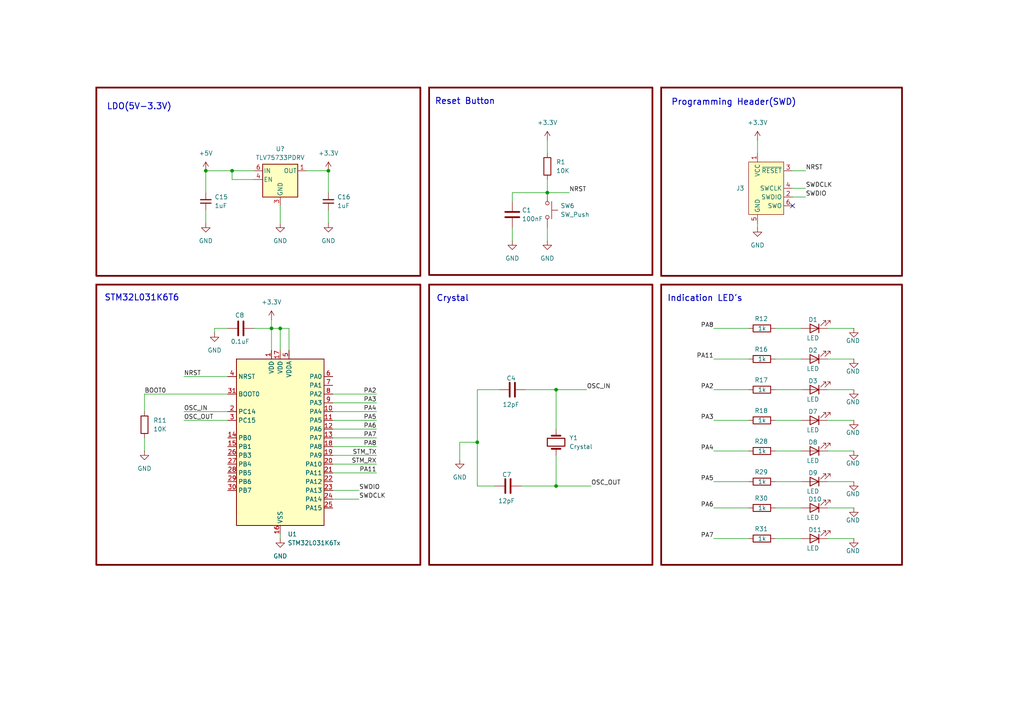
<source format=kicad_sch>
(kicad_sch (version 20250114) (generator "eeschema") (generator_version "9.0")
  (paper "A4")
  (lib_symbols
    (symbol "Connector:Conn_ARM_SWD_TagConnect_TC2030" (in_bom no)
      (property "Reference" "J" (at 2.54 11.43 0))
      (property "Value" "Conn_ARM_SWD_TagConnect_TC2030" (at 5.08 8.89 0))
      (symbol "Conn_ARM_SWD_TagConnect_TC2030_0_0"
        (pin power_in line (at -2.54 10.16 270) (length 2.54) (name "VCC") (number "1"))
        (pin power_in line (at -2.54 -10.16 90) (length 2.54) (name "GND") (number "5"))
        (pin open_collector line (at 7.62 5.08 180) (length 2.54) (name "~{RESET}") (number "3"))
        (pin output line (at 7.62 0 180) (length 2.54) (name "SWCLK") (number "4"))
        (pin bidirectional line (at 7.62 -2.54 180) (length 2.54) (name "SWDIO") (number "2"))
        (pin input line (at 7.62 -5.08 180) (length 2.54) (name "SWO") (number "6"))
      )
      (symbol "Conn_ARM_SWD_TagConnect_TC2030_0_1"
        (rectangle (start -5.08 7.62) (end 5.08 -7.62) (fill (type background)))
      )
    )
    (symbol "Device:C" (pin_numbers (hide yes)) (pin_names (offset 0.254))
      (property "Reference" "C" (at 0.635 2.54 0))
      (property "Value" "C" (at 0.635 -2.54 0))
      (symbol "C_0_1"
        (polyline (pts (xy -2.032 0.762) (xy 2.032 0.762)) (stroke (width 0.508)))
        (polyline (pts (xy -2.032 -0.762) (xy 2.032 -0.762)) (stroke (width 0.508)))
      )
      (symbol "C_1_1"
        (pin passive line (at 0 3.81 270) (length 2.794) (name "~") (number "1"))
        (pin passive line (at 0 -3.81 90) (length 2.794) (name "~") (number "2"))
      )
    )
    (symbol "Device:C_Small" (pin_numbers (hide yes)) (pin_names (offset 0.254) (hide yes))
      (property "Reference" "C" (at 0.254 1.778 0))
      (property "Value" "C_Small" (at 0.254 -2.032 0))
      (symbol "C_Small_0_1"
        (polyline (pts (xy -1.524 0.508) (xy 1.524 0.508)) (stroke (width 0.3048)))
        (polyline (pts (xy -1.524 -0.508) (xy 1.524 -0.508)) (stroke (width 0.3302)))
      )
      (symbol "C_Small_1_1"
        (pin passive line (at 0 2.54 270) (length 2.032) (name "~") (number "1"))
        (pin passive line (at 0 -2.54 90) (length 2.032) (name "~") (number "2"))
      )
    )
    (symbol "Device:Crystal" (pin_numbers (hide yes)) (pin_names (offset 1.016) (hide yes))
      (property "Reference" "Y" (at 0 3.81 0))
      (property "Value" "Crystal" (at 0 -3.81 0))
      (symbol "Crystal_0_1"
        (polyline (pts (xy -2.54 0) (xy -1.905 0)))
        (polyline (pts (xy -1.905 -1.27) (xy -1.905 1.27)) (stroke (width 0.508)))
        (rectangle (start -1.143 2.54) (end 1.143 -2.54) (stroke (width 0.3048)))
        (polyline (pts (xy 1.905 -1.27) (xy 1.905 1.27)) (stroke (width 0.508)))
        (polyline (pts (xy 2.54 0) (xy 1.905 0)))
      )
      (symbol "Crystal_1_1"
        (pin passive line (at -3.81 0 0) (length 1.27) (name "1") (number "1"))
        (pin passive line (at 3.81 0 180) (length 1.27) (name "2") (number "2"))
      )
    )
    (symbol "Device:LED" (pin_numbers (hide yes)) (pin_names (offset 1.016) (hide yes))
      (property "Reference" "D" (at 0 2.54 0))
      (property "Value" "LED" (at 0 -2.54 0))
      (symbol "LED_0_1"
        (polyline (pts (xy -3.048 -0.762) (xy -4.572 -2.286) (xy -3.81 -2.286) (xy -4.572 -2.286) (xy -4.572 -1.524)))
        (polyline (pts (xy -1.778 -0.762) (xy -3.302 -2.286) (xy -2.54 -2.286) (xy -3.302 -2.286) (xy -3.302 -1.524)))
        (polyline (pts (xy -1.27 0) (xy 1.27 0)))
        (polyline (pts (xy -1.27 -1.27) (xy -1.27 1.27)) (stroke (width 0.254)))
        (polyline (pts (xy 1.27 -1.27) (xy 1.27 1.27) (xy -1.27 0) (xy 1.27 -1.27)) (stroke (width 0.254)))
      )
      (symbol "LED_1_1"
        (pin passive line (at -3.81 0 0) (length 2.54) (name "K") (number "1"))
        (pin passive line (at 3.81 0 180) (length 2.54) (name "A") (number "2"))
      )
    )
    (symbol "Device:R" (pin_numbers (hide yes)) (pin_names (offset 0))
      (property "Reference" "R" (at 2.032 0 90))
      (property "Value" "R" (at 0 0 90))
      (symbol "R_0_1"
        (rectangle (start -1.016 -2.54) (end 1.016 2.54) (stroke (width 0.254)))
      )
      (symbol "R_1_1"
        (pin passive line (at 0 3.81 270) (length 1.27) (name "~") (number "1"))
        (pin passive line (at 0 -3.81 90) (length 1.27) (name "~") (number "2"))
      )
    )
    (symbol "MCU_ST_STM32L0:STM32L031K6Tx"
      (property "Reference" "U" (at -12.7 26.67 0))
      (property "Value" "STM32L031K6Tx" (at 5.08 26.67 0))
      (symbol "STM32L031K6Tx_0_1"
        (rectangle (start -12.7 -22.86) (end 12.7 25.4) (stroke (width 0.254)) (fill (type background)))
      )
      (symbol "STM32L031K6Tx_1_1"
        (pin input line (at -15.24 20.32 0) (length 2.54) (name "NRST") (number "4"))
        (pin input line (at -15.24 15.24 0) (length 2.54) (name "BOOT0") (number "31"))
        (pin bidirectional line (at -15.24 10.16 0) (length 2.54) (name "PC14") (number "2"))
        (pin bidirectional line (at -15.24 7.62 0) (length 2.54) (name "PC15") (number "3"))
        (pin bidirectional line (at -15.24 2.54 0) (length 2.54) (name "PB0") (number "14"))
        (pin bidirectional line (at -15.24 0 0) (length 2.54) (name "PB1") (number "15"))
        (pin bidirectional line (at -15.24 -2.54 0) (length 2.54) (name "PB3") (number "26"))
        (pin bidirectional line (at -15.24 -5.08 0) (length 2.54) (name "PB4") (number "27"))
        (pin bidirectional line (at -15.24 -7.62 0) (length 2.54) (name "PB5") (number "28"))
        (pin bidirectional line (at -15.24 -10.16 0) (length 2.54) (name "PB6") (number "29"))
        (pin bidirectional line (at -15.24 -12.7 0) (length 2.54) (name "PB7") (number "30"))
        (pin power_in line (at -2.54 27.94 270) (length 2.54) (name "VDD") (number "1"))
        (pin power_in line (at 0 27.94 270) (length 2.54) (name "VDD") (number "17"))
        (pin power_in line (at 0 -25.4 90) (length 2.54) (name "VSS") (number "16"))
        (pin passive line (at 0 -25.4 90) (length 2.54) (hide yes) (name "VSS") (number "32"))
        (pin power_in line (at 2.54 27.94 270) (length 2.54) (name "VDDA") (number "5"))
        (pin bidirectional line (at 15.24 20.32 180) (length 2.54) (name "PA0") (number "6"))
        (pin bidirectional line (at 15.24 17.78 180) (length 2.54) (name "PA1") (number "7"))
        (pin bidirectional line (at 15.24 15.24 180) (length 2.54) (name "PA2") (number "8"))
        (pin bidirectional line (at 15.24 12.7 180) (length 2.54) (name "PA3") (number "9"))
        (pin bidirectional line (at 15.24 10.16 180) (length 2.54) (name "PA4") (number "10"))
        (pin bidirectional line (at 15.24 7.62 180) (length 2.54) (name "PA5") (number "11"))
        (pin bidirectional line (at 15.24 5.08 180) (length 2.54) (name "PA6") (number "12"))
        (pin bidirectional line (at 15.24 2.54 180) (length 2.54) (name "PA7") (number "13"))
        (pin bidirectional line (at 15.24 0 180) (length 2.54) (name "PA8") (number "18"))
        (pin bidirectional line (at 15.24 -2.54 180) (length 2.54) (name "PA9") (number "19"))
        (pin bidirectional line (at 15.24 -5.08 180) (length 2.54) (name "PA10") (number "20"))
        (pin bidirectional line (at 15.24 -7.62 180) (length 2.54) (name "PA11") (number "21"))
        (pin bidirectional line (at 15.24 -10.16 180) (length 2.54) (name "PA12") (number "22"))
        (pin bidirectional line (at 15.24 -12.7 180) (length 2.54) (name "PA13") (number "23"))
        (pin bidirectional line (at 15.24 -15.24 180) (length 2.54) (name "PA14") (number "24"))
        (pin bidirectional line (at 15.24 -17.78 180) (length 2.54) (name "PA15") (number "25"))
      )
    )
    (symbol "Regulator_Linear:TLV75733PDRV" (pin_names (offset 0.254))
      (property "Reference" "U" (at -3.81 5.715 0))
      (property "Value" "TLV75733PDRV" (at 0 5.715 0))
      (symbol "TLV75733PDRV_0_1"
        (rectangle (start -5.08 4.445) (end 5.08 -5.08) (stroke (width 0.254)) (fill (type background)))
      )
      (symbol "TLV75733PDRV_1_1"
        (pin power_in line (at -7.62 2.54 0) (length 2.54) (name "IN") (number "6"))
        (pin input line (at -7.62 0 0) (length 2.54) (name "EN") (number "4"))
        (pin power_in line (at 0 -7.62 90) (length 2.54) (name "GND") (number "3"))
        (pin passive line (at 0 -7.62 90) (length 2.54) (hide yes) (name "GND") (number "7"))
        (pin no_connect line (at 5.08 0 180) (length 2.54) (hide yes) (name "NC") (number "2"))
        (pin no_connect line (at 5.08 -2.54 180) (length 2.54) (hide yes) (name "NC") (number "5"))
        (pin power_out line (at 7.62 2.54 180) (length 2.54) (name "OUT") (number "1"))
      )
    )
    (symbol "Switch:SW_Push" (pin_numbers (hide yes)) (pin_names (offset 1.016) (hide yes))
      (property "Reference" "SW" (at 1.27 2.54 0))
      (property "Value" "SW_Push" (at 0 -1.524 0))
      (symbol "SW_Push_0_1"
        (circle (center -2.032 0) (radius 0.508))
        (polyline (pts (xy 0 1.27) (xy 0 3.048)))
        (circle (center 2.032 0) (radius 0.508))
        (polyline (pts (xy 2.54 1.27) (xy -2.54 1.27)))
        (pin passive line (at -5.08 0 0) (length 2.54) (name "1") (number "1"))
        (pin passive line (at 5.08 0 180) (length 2.54) (name "2") (number "2"))
      )
    )
    (symbol "power:+3.3V" (power) (pin_numbers (hide yes)) (pin_names (offset 0) (hide yes))
      (property "Value" "+3.3V" (at 0 3.556 0))
      (symbol "+3.3V_0_1"
        (polyline (pts (xy -0.762 1.27) (xy 0 2.54)))
        (polyline (pts (xy 0 2.54) (xy 0.762 1.27)))
        (polyline (pts (xy 0 0) (xy 0 2.54)))
      )
      (symbol "+3.3V_1_1"
        (pin power_in line (at 0 0 90) (length 0) (name "~") (number "1"))
      )
    )
    (symbol "power:+5V" (power) (pin_numbers (hide yes)) (pin_names (offset 0) (hide yes))
      (property "Value" "+5V" (at 0 3.556 0))
      (symbol "+5V_0_1"
        (polyline (pts (xy -0.762 1.27) (xy 0 2.54)))
        (polyline (pts (xy 0 2.54) (xy 0.762 1.27)))
        (polyline (pts (xy 0 0) (xy 0 2.54)))
      )
      (symbol "+5V_1_1"
        (pin power_in line (at 0 0 90) (length 0) (name "~") (number "1"))
      )
    )
    (symbol "power:GND" (power) (pin_numbers (hide yes)) (pin_names (offset 0) (hide yes))
      (property "Value" "GND" (at 0 -3.81 0))
      (symbol "GND_0_1"
        (polyline (pts (xy 0 0) (xy 0 -1.27) (xy 1.27 -1.27) (xy 0 -2.54) (xy -1.27 -1.27) (xy 0 -1.27)))
      )
      (symbol "GND_1_1"
        (pin power_in line (at 0 0 270) (length 0) (name "~") (number "1"))
      )
    )
  )
  (rectangle (start 27.94 82.55) (end 121.92 163.83) (stroke (width 0.508) (color 110 0 0 1)))
  (rectangle (start 124.46 82.55) (end 189.23 163.83) (stroke (width 0.508) (color 110 0 0 1)))
  (rectangle (start 191.77 82.55) (end 261.62 163.83) (stroke (width 0.508) (color 110 0 0 1)))
  (rectangle (start 191.77 25.4) (end 261.62 80.01) (stroke (width 0.508) (color 110 0 0 1)))
  (rectangle (start 124.46 25.4) (end 189.23 79.756) (stroke (width 0.508) (color 110 0 0 1)))
  (rectangle (start 27.94 25.4) (end 121.92 80.01) (stroke (width 0.508) (color 110 0 0 1)))
  (text "Reset Button" (at 134.874 29.464 0) (effects (font (size 1.778 1.778) (thickness 0.254) (bold yes))))
  (text "Indication LED's\n" (at 204.47 86.614 0) (effects (font (size 1.778 1.778) (thickness 0.254) (bold yes))))
  (text "STM32L031K6T6\n\n" (at 41.148 87.884 0) (effects (font (size 1.778 1.778) (thickness 0.254) (bold yes))))
  (text "Crystal" (at 131.318 86.614 0) (effects (font (size 1.778 1.778) (thickness 0.254) (bold yes))))
  (text "Programming Header(SWD)" (at 212.852 29.718 0) (effects (font (size 1.778 1.778) (thickness 0.254) (bold yes))))
  (text "LDO(5V-3.3V)\n" (at 40.386 30.988 0) (effects (font (size 1.778 1.778) (thickness 0.254) (bold yes))))
  (junction (at 67.31 49.53))
  (junction (at 161.29 140.97))
  (junction (at 95.25 49.53))
  (junction (at 78.74 95.25))
  (junction (at 161.29 113.03))
  (junction (at 138.43 128.27))
  (junction (at 59.69 49.53))
  (junction (at 81.28 95.25))
  (junction (at 158.75 55.88))
  (no_connect (at 229.87 59.69))
  (wire (pts (xy 88.9 49.53) (xy 95.25 49.53)))
  (wire (pts (xy 219.71 64.77) (xy 219.71 66.04)))
  (wire (pts (xy 138.43 128.27) (xy 138.43 140.97)))
  (wire (pts (xy 81.28 154.94) (xy 81.28 156.21)))
  (wire (pts (xy 95.25 49.53) (xy 95.25 55.88)))
  (wire (pts (xy 207.01 156.21) (xy 217.17 156.21)))
  (wire (pts (xy 67.31 49.53) (xy 67.31 52.07)))
  (wire (pts (xy 224.79 147.32) (xy 232.41 147.32)))
  (wire (pts (xy 109.22 137.16) (xy 96.52 137.16)))
  (wire (pts (xy 62.23 95.25) (xy 66.04 95.25)))
  (wire (pts (xy 151.13 140.97) (xy 161.29 140.97)))
  (wire (pts (xy 229.87 57.15) (xy 233.68 57.15)))
  (wire (pts (xy 148.59 55.88) (xy 158.75 55.88)))
  (wire (pts (xy 240.03 139.7) (xy 247.65 139.7)))
  (wire (pts (xy 138.43 113.03) (xy 138.43 128.27)))
  (wire (pts (xy 109.22 124.46) (xy 96.52 124.46)))
  (wire (pts (xy 207.01 139.7) (xy 217.17 139.7)))
  (wire (pts (xy 240.03 95.25) (xy 247.65 95.25)))
  (wire (pts (xy 224.79 95.25) (xy 232.41 95.25)))
  (wire (pts (xy 81.28 59.69) (xy 81.28 64.77)))
  (wire (pts (xy 53.34 121.92) (xy 66.04 121.92)))
  (wire (pts (xy 229.87 49.53) (xy 233.68 49.53)))
  (wire (pts (xy 224.79 130.81) (xy 232.41 130.81)))
  (wire (pts (xy 148.59 58.42) (xy 148.59 55.88)))
  (wire (pts (xy 240.03 130.81) (xy 247.65 130.81)))
  (wire (pts (xy 96.52 144.78) (xy 104.14 144.78)))
  (wire (pts (xy 59.69 49.53) (xy 67.31 49.53)))
  (wire (pts (xy 109.22 129.54) (xy 96.52 129.54)))
  (wire (pts (xy 78.74 95.25) (xy 78.74 92.71)))
  (wire (pts (xy 148.59 66.04) (xy 148.59 69.85)))
  (wire (pts (xy 161.29 113.03) (xy 161.29 124.46)))
  (wire (pts (xy 138.43 140.97) (xy 143.51 140.97)))
  (wire (pts (xy 207.01 113.03) (xy 217.17 113.03)))
  (wire (pts (xy 62.23 96.52) (xy 62.23 95.25)))
  (wire (pts (xy 556.26 54.61) (xy 556.26 46.99)))
  (wire (pts (xy 109.22 119.38) (xy 96.52 119.38)))
  (wire (pts (xy 59.69 60.96) (xy 59.69 64.77)))
  (wire (pts (xy 96.52 134.62) (xy 109.22 134.62)))
  (wire (pts (xy 224.79 113.03) (xy 232.41 113.03)))
  (wire (pts (xy 96.52 132.08) (xy 109.22 132.08)))
  (wire (pts (xy 133.35 128.27) (xy 133.35 133.35)))
  (wire (pts (xy 224.79 156.21) (xy 232.41 156.21)))
  (wire (pts (xy 73.66 95.25) (xy 78.74 95.25)))
  (wire (pts (xy 158.75 55.88) (xy 165.1 55.88)))
  (wire (pts (xy 81.28 95.25) (xy 81.28 101.6)))
  (wire (pts (xy 224.79 104.14) (xy 232.41 104.14)))
  (wire (pts (xy 41.91 127) (xy 41.91 130.81)))
  (wire (pts (xy 229.87 54.61) (xy 233.68 54.61)))
  (wire (pts (xy 67.31 49.53) (xy 73.66 49.53)))
  (wire (pts (xy 240.03 147.32) (xy 247.65 147.32)))
  (wire (pts (xy 53.34 119.38) (xy 66.04 119.38)))
  (wire (pts (xy 158.75 52.07) (xy 158.75 55.88)))
  (wire (pts (xy 158.75 66.04) (xy 158.75 69.85)))
  (wire (pts (xy 53.34 109.22) (xy 66.04 109.22)))
  (wire (pts (xy 81.28 95.25) (xy 83.82 95.25)))
  (wire (pts (xy 207.01 130.81) (xy 217.17 130.81)))
  (wire (pts (xy 224.79 121.92) (xy 232.41 121.92)))
  (wire (pts (xy 240.03 104.14) (xy 247.65 104.14)))
  (wire (pts (xy 207.01 95.25) (xy 217.17 95.25)))
  (wire (pts (xy 240.03 113.03) (xy 247.65 113.03)))
  (wire (pts (xy 138.43 113.03) (xy 144.78 113.03)))
  (wire (pts (xy 207.01 147.32) (xy 217.17 147.32)))
  (wire (pts (xy 78.74 95.25) (xy 78.74 101.6)))
  (wire (pts (xy 41.91 114.3) (xy 66.04 114.3)))
  (wire (pts (xy 161.29 140.97) (xy 171.45 140.97)))
  (wire (pts (xy 109.22 121.92) (xy 96.52 121.92)))
  (wire (pts (xy 219.71 40.64) (xy 219.71 44.45)))
  (wire (pts (xy 96.52 142.24) (xy 104.14 142.24)))
  (wire (pts (xy 161.29 113.03) (xy 170.18 113.03)))
  (wire (pts (xy 207.01 121.92) (xy 217.17 121.92)))
  (wire (pts (xy 161.29 132.08) (xy 161.29 140.97)))
  (wire (pts (xy 240.03 156.21) (xy 247.65 156.21)))
  (wire (pts (xy 78.74 95.25) (xy 81.28 95.25)))
  (wire (pts (xy 224.79 139.7) (xy 232.41 139.7)))
  (wire (pts (xy 83.82 95.25) (xy 83.82 101.6)))
  (wire (pts (xy 95.25 60.96) (xy 95.25 64.77)))
  (wire (pts (xy 67.31 52.07) (xy 73.66 52.07)))
  (wire (pts (xy 152.4 113.03) (xy 161.29 113.03)))
  (wire (pts (xy 158.75 40.64) (xy 158.75 44.45)))
  (wire (pts (xy 59.69 49.53) (xy 59.69 55.88)))
  (wire (pts (xy 41.91 119.38) (xy 41.91 114.3)))
  (wire (pts (xy 133.35 128.27) (xy 138.43 128.27)))
  (wire (pts (xy 109.22 114.3) (xy 96.52 114.3)))
  (wire (pts (xy 109.22 116.84) (xy 96.52 116.84)))
  (wire (pts (xy 207.01 104.14) (xy 217.17 104.14)))
  (wire (pts (xy 109.22 127) (xy 96.52 127)))
  (wire (pts (xy 240.03 121.92) (xy 247.65 121.92)))
  (label "STM_RX" (at 109.22 134.62 180))
  (label "PA2" (at 109.22 114.3 180))
  (label "PA6" (at 207.01 147.32 180))
  (label "PA5" (at 109.22 121.92 180))
  (label "SWDIO" (at 233.68 57.15 0))
  (label "PA2" (at 207.01 113.03 180))
  (label "PA5" (at 207.01 139.7 180))
  (label "SWDCLK" (at 104.14 144.78 0))
  (label "OSC_OUT" (at 171.45 140.97 0))
  (label "NRST" (at 233.68 49.53 0))
  (label "OSC_IN" (at 170.18 113.03 0))
  (label "PA8" (at 109.22 129.54 180))
  (label "NRST" (at 165.1 55.88 0))
  (label "PA4" (at 207.01 130.81 180))
  (label "PA11" (at 207.01 104.14 180))
  (label "NRST" (at 53.34 109.22 0))
  (label "SWDIO" (at 104.14 142.24 0))
  (label "PA7" (at 207.01 156.21 180))
  (label "PA4" (at 109.22 119.38 180))
  (label "STM_TX" (at 109.22 132.08 180))
  (label "PA7" (at 109.22 127 180))
  (label "PA3" (at 109.22 116.84 180))
  (label "PA6" (at 109.22 124.46 180))
  (label "PA8" (at 207.01 95.25 180))
  (label "OSC_OUT" (at 53.34 121.92 0))
  (label "PA3" (at 207.01 121.92 180))
  (label "SWDCLK" (at 233.68 54.61 0))
  (label "OSC_IN" (at 53.34 119.38 0))
  (label "PA11" (at 109.22 137.16 180))
  (label "BOOT0" (at 41.91 114.3 0))
  (symbol (lib_id "Device:LED") (at 236.22 130.81 180) (unit 1)
    (property "Reference" "D8" (at 234.442 128.27 0) (effects (justify right)))
    (property "Value" "LED" (at 233.934 133.604 0) (effects (justify right)))
    (property "Footprint" "LED_SMD:LED_0805_2012Metric" (effects (hide yes)))
    (property "Description" "Light emitting diode" (effects (hide yes)))
    (property "Sim.Pins" "1=K 2=A" (effects (hide yes)))
    (property "LCSC Part No" "C5875740" (effects (hide yes)))
    (property "Digikey Part No" "754-1127-2-ND" (effects (hide yes)))
  )
  (symbol (lib_id "Device:C") (at 148.59 62.23 0) (unit 1)
    (property "Reference" "C1" (at 151.384 60.96 0) (effects (justify left)))
    (property "Value" "100nF" (at 151.384 63.5 0) (effects (justify left)))
    (property "Footprint" "Capacitor_SMD:C_0805_2012Metric" (effects (hide yes)))
    (property "Description" "Unpolarized capacitor" (effects (hide yes)))
    (property "Digikey Part No" "CC0805KRX7R9BB104" (effects (hide yes)))
    (property "LCSC Part No" "C49678" (effects (hide yes)))
  )
  (symbol (lib_id "Device:C") (at 148.59 113.03 90) (unit 1)
    (property "Reference" "C4" (at 149.606 109.728 90) (effects (justify left)))
    (property "Value" "12pF" (at 150.622 117.348 90) (effects (justify left)))
    (property "Footprint" "Capacitor_SMD:C_0805_2012Metric" (effects (hide yes)))
    (property "Description" "Unpolarized capacitor" (effects (hide yes)))
    (property "Digikey Part No" "600F120JT250XT4K" (effects (hide yes)))
    (property "LCSC Part No" "C1792" (effects (hide yes)))
  )
  (symbol (lib_id "Device:R") (at 41.91 123.19 0) (unit 1)
    (property "Reference" "R11" (at 44.45 121.9199 0) (effects (justify left)))
    (property "Value" "10K" (at 44.45 124.4599 0) (effects (justify left)))
    (property "Footprint" "Resistor_SMD:R_0805_2012Metric" (effects (hide yes)))
    (property "Description" "Resistor" (effects (hide yes)))
    (property "LCSC Part No" "C84376" (effects (hide yes)))
    (property "Digikey Part No" "RR12P10.0KDTR-ND" (effects (hide yes)))
  )
  (symbol (lib_id "power:GND") (at 247.65 113.03 0) (mirror y) (unit 1)
    (property "Reference" "#PWR053" (effects (hide yes)))
    (property "Value" "GND" (at 247.396 116.586 0))
    (property "Description" "Power symbol creates a global label with name \"GND\" , ground" (effects (hide yes)))
  )
  (symbol (lib_id "power:GND") (at 81.28 64.77 0) (unit 1)
    (property "Reference" "#PWR029" (effects (hide yes)))
    (property "Value" "GND" (at 81.28 69.85 0))
    (property "Description" "Power symbol creates a global label with name \"GND\" , ground" (effects (hide yes)))
  )
  (symbol (lib_id "Device:R") (at 220.98 95.25 90) (unit 1)
    (property "Reference" "R12" (at 222.758 92.456 90) (effects (justify left)))
    (property "Value" "1k" (at 222.25 95.25 90) (effects (justify left)))
    (property "Footprint" "Resistor_SMD:R_0805_2012Metric" (effects (hide yes)))
    (property "Description" "Resistor" (effects (hide yes)))
    (property "LCSC Part No" "C95781" (effects (hide yes)))
    (property "Digikey Part No" "311-1.00KCRTR-ND" (effects (hide yes)))
  )
  (symbol (lib_id "Device:R") (at 220.98 121.92 90) (unit 1)
    (property "Reference" "R18" (at 222.758 119.126 90) (effects (justify left)))
    (property "Value" "1k" (at 222.25 121.92 90) (effects (justify left)))
    (property "Footprint" "Resistor_SMD:R_0805_2012Metric" (effects (hide yes)))
    (property "Description" "Resistor" (effects (hide yes)))
    (property "LCSC Part No" "C95781" (effects (hide yes)))
    (property "Digikey Part No" "311-1.00KCRTR-ND" (effects (hide yes)))
  )
  (symbol (lib_id "Device:Crystal") (at 161.29 128.27 90) (unit 1)
    (property "Reference" "Y1" (at 165.1 126.9999 90) (effects (justify right)))
    (property "Value" "Crystal" (at 165.1 129.5399 90) (effects (justify right)))
    (property "Footprint" "Crystal:Crystal_SMD_3215-2Pin_3.2x1.5mm" (effects (hide yes)))
    (property "Description" "Two pin crystal" (effects (hide yes)))
    (property "Digikey Part No" "FC-135 32.7680KA-AC0" (effects (hide yes)))
  )
  (symbol (lib_id "power:+3.3V") (at 78.74 92.71 0) (unit 1)
    (property "Reference" "#PWR021" (effects (hide yes)))
    (property "Value" "+3.3V" (at 78.74 87.63 0))
    (property "Description" "Power symbol creates a global label with name \"+3.3V\"" (effects (hide yes)))
  )
  (symbol (lib_id "Device:LED") (at 236.22 147.32 180) (unit 1)
    (property "Reference" "D10" (at 234.442 144.78 0) (effects (justify right)))
    (property "Value" "LED" (at 233.934 150.114 0) (effects (justify right)))
    (property "Footprint" "LED_SMD:LED_0805_2012Metric" (effects (hide yes)))
    (property "Description" "Light emitting diode" (effects (hide yes)))
    (property "Sim.Pins" "1=K 2=A" (effects (hide yes)))
    (property "LCSC Part No" "C5875740" (effects (hide yes)))
    (property "Digikey Part No" "754-1127-2-ND" (effects (hide yes)))
  )
  (symbol (lib_id "Device:C_Small") (at 95.25 58.42 180) (unit 1)
    (property "Reference" "C16" (at 97.79 57.1435 0) (effects (justify right)))
    (property "Value" "1uF" (at 97.79 59.6835 0) (effects (justify right)))
    (property "Footprint" "Capacitor_SMD:C_0805_2012Metric" (effects (hide yes)))
    (property "Description" "Unpolarized capacitor, small symbol" (effects (hide yes)))
    (property "LCSC Part No" "C28323" (effects (hide yes)))
    (property "Digikey Part No" "CL21B105KBFNNNE" (effects (hide yes)))
  )
  (symbol (lib_id "power:GND") (at 158.75 69.85 0) (unit 1)
    (property "Reference" "#PWR0106" (effects (hide yes)))
    (property "Value" "GND" (at 158.75 74.93 0))
    (property "Description" "Power symbol creates a global label with name \"GND\" , ground" (effects (hide yes)))
  )
  (symbol (lib_id "Device:LED") (at 236.22 121.92 180) (unit 1)
    (property "Reference" "D7" (at 234.442 119.38 0) (effects (justify right)))
    (property "Value" "LED" (at 233.934 124.714 0) (effects (justify right)))
    (property "Footprint" "LED_SMD:LED_0805_2012Metric" (effects (hide yes)))
    (property "Description" "Light emitting diode" (effects (hide yes)))
    (property "Sim.Pins" "1=K 2=A" (effects (hide yes)))
    (property "LCSC Part No" "C5875740" (effects (hide yes)))
    (property "Digikey Part No" "754-1127-2-ND" (effects (hide yes)))
  )
  (symbol (lib_id "Device:C") (at 147.32 140.97 90) (unit 1)
    (property "Reference" "C7" (at 148.336 137.668 90) (effects (justify left)))
    (property "Value" "12pF" (at 149.352 145.288 90) (effects (justify left)))
    (property "Footprint" "Capacitor_SMD:C_0805_2012Metric" (effects (hide yes)))
    (property "Description" "Unpolarized capacitor" (effects (hide yes)))
    (property "Digikey Part No" "600F120JT250XT4K" (effects (hide yes)))
    (property "LCSC Part No" "C1792" (effects (hide yes)))
  )
  (symbol (lib_id "Device:LED") (at 236.22 113.03 180) (unit 1)
    (property "Reference" "D3" (at 234.442 110.49 0) (effects (justify right)))
    (property "Value" "LED" (at 233.934 115.824 0) (effects (justify right)))
    (property "Footprint" "LED_SMD:LED_0805_2012Metric" (effects (hide yes)))
    (property "Description" "Light emitting diode" (effects (hide yes)))
    (property "Sim.Pins" "1=K 2=A" (effects (hide yes)))
    (property "LCSC Part No" "C5875740" (effects (hide yes)))
    (property "Digikey Part No" "754-1127-2-ND" (effects (hide yes)))
  )
  (symbol (lib_id "Regulator_Linear:TLV75733PDRV") (at 81.28 52.07 0) (unit 1)
    (property "Reference" "U?" (at 81.28 43.18 0))
    (property "Value" "TLV75733PDRV" (at 81.28 45.72 0))
    (property "Footprint" "Package_SON:WSON-6-1EP_2x2mm_P0.65mm_EP1x1.6mm" (effects (hide yes)))
    (property "Datasheet" "https://www.ti.com/lit/ds/symlink/tlv757p.pdf" (effects (hide yes)))
    (property "Description" "1A Low IQ Small Size Low Dropout Voltage Regulator, Fixed Output 3.3V, WSON6" (effects (hide yes)))
  )
  (symbol (lib_id "MCU_ST_STM32L0:STM32L031K6Tx") (at 81.28 129.54 0) (unit 1)
    (property "Reference" "U1" (at 83.4233 154.94 0) (effects (justify left)))
    (property "Value" "STM32L031K6Tx" (at 83.4233 157.48 0) (effects (justify left)))
    (property "Footprint" "Package_QFP:LQFP-32_7x7mm_P0.8mm" (effects (hide yes)))
    (property "Datasheet" "https://www.st.com/resource/en/datasheet/stm32l031k6.pdf" (effects (hide yes)))
    (property "Description" "STMicroelectronics Arm Cortex-M0+ MCU, 32KB flash, 8KB RAM, 32 MHz, 1.65-3.6V, 25 GPIO, LQFP32" (effects (hide yes)))
  )
  (symbol (lib_id "Device:C") (at 69.85 95.25 90) (unit 1)
    (property "Reference" "C8" (at 70.866 91.44 90) (effects (justify left)))
    (property "Value" "0.1uF" (at 72.39 99.06 90) (effects (justify left)))
    (property "Footprint" "Capacitor_SMD:C_0805_2012Metric" (effects (hide yes)))
    (property "Description" "Unpolarized capacitor" (effects (hide yes)))
    (property "LCSC Part No" "C49678" (effects (hide yes)))
    (property "Digikey Part No" "311-1140-2-ND" (effects (hide yes)))
  )
  (symbol (lib_id "power:GND") (at 133.35 133.35 0) (unit 1)
    (property "Reference" "#PWR0107" (effects (hide yes)))
    (property "Value" "GND" (at 133.35 138.43 0))
    (property "Description" "Power symbol creates a global label with name \"GND\" , ground" (effects (hide yes)))
  )
  (symbol (lib_id "power:GND") (at 247.65 156.21 0) (mirror y) (unit 1)
    (property "Reference" "#PWR058" (effects (hide yes)))
    (property "Value" "GND" (at 247.396 159.766 0))
    (property "Description" "Power symbol creates a global label with name \"GND\" , ground" (effects (hide yes)))
  )
  (symbol (lib_id "power:+3.3V") (at 158.75 40.64 0) (unit 1)
    (property "Reference" "#PWR0105" (effects (hide yes)))
    (property "Value" "+3.3V" (at 158.75 35.56 0))
    (property "Description" "Power symbol creates a global label with name \"+3.3V\"" (effects (hide yes)))
  )
  (symbol (lib_id "power:+3.3V") (at 95.25 49.53 0) (unit 1)
    (property "Reference" "#PWR030" (effects (hide yes)))
    (property "Value" "+3.3V" (at 95.25 44.45 0))
    (property "Description" "Power symbol creates a global label with name \"+3.3V\"" (effects (hide yes)))
  )
  (symbol (lib_id "Device:R") (at 220.98 147.32 90) (unit 1)
    (property "Reference" "R30" (at 222.758 144.526 90) (effects (justify left)))
    (property "Value" "1k" (at 222.25 147.32 90) (effects (justify left)))
    (property "Footprint" "Resistor_SMD:R_0805_2012Metric" (effects (hide yes)))
    (property "Description" "Resistor" (effects (hide yes)))
    (property "LCSC Part No" "C95781" (effects (hide yes)))
    (property "Digikey Part No" "311-1.00KCRTR-ND" (effects (hide yes)))
  )
  (symbol (lib_id "Device:LED") (at 236.22 95.25 180) (unit 1)
    (property "Reference" "D1" (at 234.442 92.71 0) (effects (justify right)))
    (property "Value" "LED" (at 233.934 98.044 0) (effects (justify right)))
    (property "Footprint" "LED_SMD:LED_0805_2012Metric" (effects (hide yes)))
    (property "Description" "Light emitting diode" (effects (hide yes)))
    (property "Sim.Pins" "1=K 2=A" (effects (hide yes)))
    (property "LCSC Part No" "C5875740" (effects (hide yes)))
    (property "Digikey Part No" "754-1127-2-ND" (effects (hide yes)))
  )
  (symbol (lib_id "power:GND") (at 247.65 147.32 0) (mirror y) (unit 1)
    (property "Reference" "#PWR057" (effects (hide yes)))
    (property "Value" "GND" (at 247.396 150.876 0))
    (property "Description" "Power symbol creates a global label with name \"GND\" , ground" (effects (hide yes)))
  )
  (symbol (lib_id "power:GND") (at 247.65 104.14 0) (mirror y) (unit 1)
    (property "Reference" "#PWR052" (effects (hide yes)))
    (property "Value" "GND" (at 247.396 107.696 0))
    (property "Description" "Power symbol creates a global label with name \"GND\" , ground" (effects (hide yes)))
  )
  (symbol (lib_id "power:GND") (at 219.71 66.04 0) (unit 1)
    (property "Reference" "#PWR023" (effects (hide yes)))
    (property "Value" "GND" (at 219.71 71.12 0))
    (property "Description" "Power symbol creates a global label with name \"GND\" , ground" (effects (hide yes)))
  )
  (symbol (lib_id "power:+3.3V") (at 219.71 40.64 0) (unit 1)
    (property "Reference" "#PWR022" (effects (hide yes)))
    (property "Value" "+3.3V" (at 219.71 35.56 0))
    (property "Description" "Power symbol creates a global label with name \"+3.3V\"" (effects (hide yes)))
  )
  (symbol (lib_id "power:GND") (at 41.91 130.81 0) (unit 1)
    (property "Reference" "#PWR020" (effects (hide yes)))
    (property "Value" "GND" (at 41.91 135.89 0))
    (property "Description" "Power symbol creates a global label with name \"GND\" , ground" (effects (hide yes)))
  )
  (symbol (lib_id "Device:LED") (at 236.22 139.7 180) (unit 1)
    (property "Reference" "D9" (at 234.442 137.16 0) (effects (justify right)))
    (property "Value" "LED" (at 233.934 142.494 0) (effects (justify right)))
    (property "Footprint" "LED_SMD:LED_0805_2012Metric" (effects (hide yes)))
    (property "Description" "Light emitting diode" (effects (hide yes)))
    (property "Sim.Pins" "1=K 2=A" (effects (hide yes)))
    (property "LCSC Part No" "C5875740" (effects (hide yes)))
    (property "Digikey Part No" "754-1127-2-ND" (effects (hide yes)))
  )
  (symbol (lib_id "Switch:SW_Push") (at 158.75 60.96 270) (unit 1)
    (property "Reference" "SW6" (at 162.56 59.6899 90) (effects (justify left)))
    (property "Value" "SW_Push" (at 162.56 62.2299 90) (effects (justify left)))
    (property "Footprint" "TS-1187A-B-A-B:SW_TS-1187A-B-A-B" (effects (hide yes)))
    (property "Description" "Push button switch, generic, two pins" (effects (hide yes)))
    (property "LCSC Part No" "C318884" (effects (hide yes)))
  )
  (symbol (lib_id "power:GND") (at 59.69 64.77 0) (unit 1)
    (property "Reference" "#PWR027" (effects (hide yes)))
    (property "Value" "GND" (at 59.69 69.85 0))
    (property "Description" "Power symbol creates a global label with name \"GND\" , ground" (effects (hide yes)))
  )
  (symbol (lib_id "Device:R") (at 220.98 156.21 90) (unit 1)
    (property "Reference" "R31" (at 222.758 153.416 90) (effects (justify left)))
    (property "Value" "1k" (at 222.25 156.21 90) (effects (justify left)))
    (property "Footprint" "Resistor_SMD:R_0805_2012Metric" (effects (hide yes)))
    (property "Description" "Resistor" (effects (hide yes)))
    (property "LCSC Part No" "C95781" (effects (hide yes)))
    (property "Digikey Part No" "311-1.00KCRTR-ND" (effects (hide yes)))
  )
  (symbol (lib_id "power:GND") (at 247.65 130.81 0) (mirror y) (unit 1)
    (property "Reference" "#PWR055" (effects (hide yes)))
    (property "Value" "GND" (at 247.396 134.366 0))
    (property "Description" "Power symbol creates a global label with name \"GND\" , ground" (effects (hide yes)))
  )
  (symbol (lib_id "power:GND") (at 62.23 96.52 0) (unit 1)
    (property "Reference" "#PWR024" (effects (hide yes)))
    (property "Value" "GND" (at 62.23 101.6 0))
    (property "Description" "Power symbol creates a global label with name \"GND\" , ground" (effects (hide yes)))
  )
  (symbol (lib_id "Connector:Conn_ARM_SWD_TagConnect_TC2030") (at 222.25 54.61 0) (unit 1) (in_bom no)
    (property "Reference" "J3" (at 215.9 54.6099 0) (effects (justify right)))
    (property "Footprint" "Connector:Tag-Connect_TC2030-IDC-FP_2x03_P1.27mm_Vertical" (effects (hide yes)))
    (property "Datasheet" "https://www.tag-connect.com/wp-content/uploads/bsk-pdf-manager/TC2030-CTX_1.pdf" (effects (hide yes)))
    (property "Description" "Tag-Connect ARM Cortex SWD JTAG connector, 6 pin" (effects (hide yes)))
    (property "Digikey Part No" "TC2030-IDC" (effects (hide yes)))
  )
  (symbol (lib_id "power:+5V") (at 59.69 49.53 0) (unit 1)
    (property "Reference" "#PWR04" (effects (hide yes)))
    (property "Value" "+5V" (at 59.69 44.45 0))
    (property "Description" "Power symbol creates a global label with name \"+5V\"" (effects (hide yes)))
  )
  (symbol (lib_id "power:GND") (at 148.59 69.85 0) (unit 1)
    (property "Reference" "#PWR018" (effects (hide yes)))
    (property "Value" "GND" (at 148.59 74.93 0))
    (property "Description" "Power symbol creates a global label with name \"GND\" , ground" (effects (hide yes)))
  )
  (symbol (lib_id "Device:LED") (at 236.22 156.21 180) (unit 1)
    (property "Reference" "D11" (at 234.442 153.67 0) (effects (justify right)))
    (property "Value" "LED" (at 233.934 159.004 0) (effects (justify right)))
    (property "Footprint" "LED_SMD:LED_0805_2012Metric" (effects (hide yes)))
    (property "Description" "Light emitting diode" (effects (hide yes)))
    (property "Sim.Pins" "1=K 2=A" (effects (hide yes)))
    (property "LCSC Part No" "C5875740" (effects (hide yes)))
    (property "Digikey Part No" "754-1127-2-ND" (effects (hide yes)))
  )
  (symbol (lib_id "Device:R") (at 220.98 104.14 90) (unit 1)
    (property "Reference" "R16" (at 222.758 101.346 90) (effects (justify left)))
    (property "Value" "1k" (at 222.25 104.14 90) (effects (justify left)))
    (property "Footprint" "Resistor_SMD:R_0805_2012Metric" (effects (hide yes)))
    (property "Description" "Resistor" (effects (hide yes)))
    (property "LCSC Part No" "C95781" (effects (hide yes)))
    (property "Digikey Part No" "311-1.00KCRTR-ND" (effects (hide yes)))
  )
  (symbol (lib_id "power:GND") (at 95.25 64.77 0) (unit 1)
    (property "Reference" "#PWR028" (effects (hide yes)))
    (property "Value" "GND" (at 95.25 69.85 0))
    (property "Description" "Power symbol creates a global label with name \"GND\" , ground" (effects (hide yes)))
  )
  (symbol (lib_id "power:GND") (at 247.65 121.92 0) (mirror y) (unit 1)
    (property "Reference" "#PWR054" (effects (hide yes)))
    (property "Value" "GND" (at 247.396 125.476 0))
    (property "Description" "Power symbol creates a global label with name \"GND\" , ground" (effects (hide yes)))
  )
  (symbol (lib_id "Device:R") (at 220.98 130.81 90) (unit 1)
    (property "Reference" "R28" (at 222.758 128.016 90) (effects (justify left)))
    (property "Value" "1k" (at 222.25 130.81 90) (effects (justify left)))
    (property "Footprint" "Resistor_SMD:R_0805_2012Metric" (effects (hide yes)))
    (property "Description" "Resistor" (effects (hide yes)))
    (property "LCSC Part No" "C95781" (effects (hide yes)))
    (property "Digikey Part No" "311-1.00KCRTR-ND" (effects (hide yes)))
  )
  (symbol (lib_id "Device:C_Small") (at 59.69 58.42 180) (unit 1)
    (property "Reference" "C15" (at 62.23 57.1435 0) (effects (justify right)))
    (property "Value" "1uF" (at 62.23 59.6835 0) (effects (justify right)))
    (property "Footprint" "Capacitor_SMD:C_0805_2012Metric" (effects (hide yes)))
    (property "Description" "Unpolarized capacitor, small symbol" (effects (hide yes)))
    (property "LCSC Part No" "C28323" (effects (hide yes)))
    (property "Digikey Part No" "CL21B105KBFNNNE" (effects (hide yes)))
  )
  (symbol (lib_id "power:GND") (at 81.28 156.21 0) (unit 1)
    (property "Reference" "#PWR025" (effects (hide yes)))
    (property "Value" "GND" (at 81.28 161.29 0))
    (property "Description" "Power symbol creates a global label with name \"GND\" , ground" (effects (hide yes)))
  )
  (symbol (lib_id "power:GND") (at 247.65 95.25 0) (mirror y) (unit 1)
    (property "Reference" "#PWR026" (effects (hide yes)))
    (property "Value" "GND" (at 247.396 98.806 0))
    (property "Description" "Power symbol creates a global label with name \"GND\" , ground" (effects (hide yes)))
  )
  (symbol (lib_id "power:GND") (at 247.65 139.7 0) (mirror y) (unit 1)
    (property "Reference" "#PWR056" (effects (hide yes)))
    (property "Value" "GND" (at 247.396 143.256 0))
    (property "Description" "Power symbol creates a global label with name \"GND\" , ground" (effects (hide yes)))
  )
  (symbol (lib_id "Device:R") (at 158.75 48.26 0) (unit 1)
    (property "Reference" "R1" (at 161.29 46.9899 0) (effects (justify left)))
    (property "Value" "10K" (at 161.29 49.5299 0) (effects (justify left)))
    (property "Footprint" "Resistor_SMD:R_0805_2012Metric" (effects (hide yes)))
    (property "Description" "Resistor" (effects (hide yes)))
    (property "LCSC Part No" "C84376" (effects (hide yes)))
    (property "Digikey Part No" "RR12P10.0KDTR-ND" (effects (hide yes)))
  )
  (symbol (lib_id "Device:R") (at 220.98 113.03 90) (unit 1)
    (property "Reference" "R17" (at 222.758 110.236 90) (effects (justify left)))
    (property "Value" "1k" (at 222.25 113.03 90) (effects (justify left)))
    (property "Footprint" "Resistor_SMD:R_0805_2012Metric" (effects (hide yes)))
    (property "Description" "Resistor" (effects (hide yes)))
    (property "LCSC Part No" "C95781" (effects (hide yes)))
    (property "Digikey Part No" "311-1.00KCRTR-ND" (effects (hide yes)))
  )
  (symbol (lib_id "Device:LED") (at 236.22 104.14 180) (unit 1)
    (property "Reference" "D2" (at 234.442 101.6 0) (effects (justify right)))
    (property "Value" "LED" (at 233.934 106.934 0) (effects (justify right)))
    (property "Footprint" "LED_SMD:LED_0805_2012Metric" (effects (hide yes)))
    (property "Description" "Light emitting diode" (effects (hide yes)))
    (property "Sim.Pins" "1=K 2=A" (effects (hide yes)))
    (property "LCSC Part No" "C5875740" (effects (hide yes)))
    (property "Digikey Part No" "754-1127-2-ND" (effects (hide yes)))
  )
  (symbol (lib_id "Device:R") (at 220.98 139.7 90) (unit 1)
    (property "Reference" "R29" (at 222.758 136.906 90) (effects (justify left)))
    (property "Value" "1k" (at 222.25 139.7 90) (effects (justify left)))
    (property "Footprint" "Resistor_SMD:R_0805_2012Metric" (effects (hide yes)))
    (property "Description" "Resistor" (effects (hide yes)))
    (property "LCSC Part No" "C95781" (effects (hide yes)))
    (property "Digikey Part No" "311-1.00KCRTR-ND" (effects (hide yes)))
  )
)
</source>
